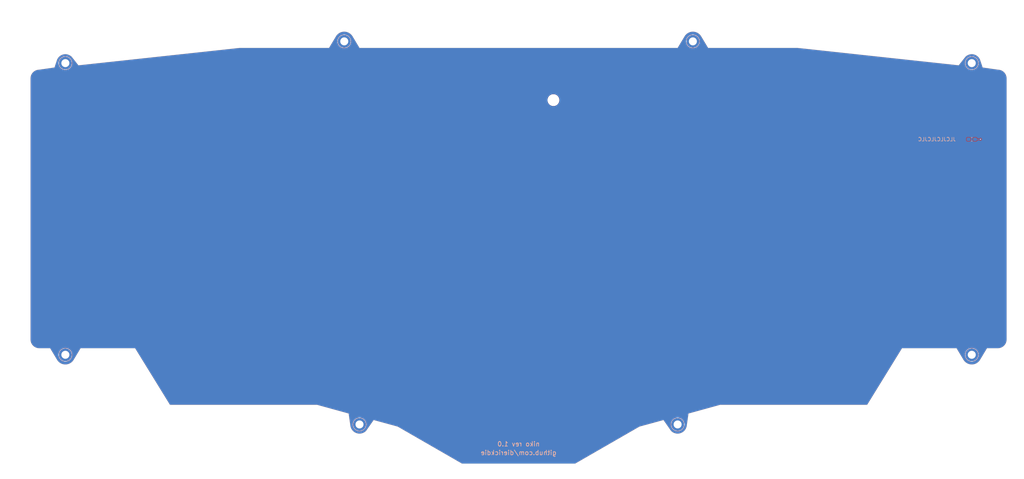
<source format=kicad_pcb>
(kicad_pcb (version 20171130) (host pcbnew "(5.1.4-0)")
  (layers (0 F.Cu signal) (31 B.Cu signal) (34 B.Paste user) (35 F.Paste user) (36 B.SilkS user) (37 F.SilkS user) (38 B.Mask user) (39 F.Mask user) (44 Edge.Cuts user))
  (net 0 "")
  (net 1 GND)
  (module MountingHole:MountingHole_3mm (layer F.Cu) (at 207.16962 89.29725)
    (fp_text reference H9)
    (fp_text value MountingHole)
    (pad 1 np_thru_hole circle (at 0 0) (size 3 3) (drill 3) (layers *.Cu *.Mask))
  )
  (module random-keyboard-parts:Generic-Mounthole (layer F.Cu) (at 73.81906 79.176797)
    (fp_text reference H1)
    (fp_text value MountingHole)
    (pad 1 thru_hole circle (at 0 0) (size 3.5 3.5) (drill 2.2) (layers *.Cu *.Mask))
  )
  (module Keeb_footprints:MX100_outline (layer F.Cu) (at 197.64458 146.447085)
    (fp_text reference U61)
    (fp_text value HOLE)
  )
  (module Keeb_footprints:MX100_outline (layer F.Cu) (at 321.4701 90.48788)
    (fp_text reference U60)
    (fp_text value HOLE)
  )
  (module Keeb_footprints:MX100_outline (layer F.Cu) (at 302.42002 90.48788)
    (fp_text reference U59)
    (fp_text value HOLE)
  )
  (module Keeb_footprints:MX100_outline (layer F.Cu) (at 283.36994 86.91599)
    (fp_text reference U58)
    (fp_text value HOLE)
  )
  (module Keeb_footprints:MX100_outline (layer F.Cu) (at 264.31986 84.53473)
    (fp_text reference U57)
    (fp_text value HOLE)
  )
  (module Keeb_footprints:MX100_outline (layer F.Cu) (at 245.26978 86.91599)
    (fp_text reference U56)
    (fp_text value HOLE)
  )
  (module Keeb_footprints:MX100_outline (layer F.Cu) (at 226.2197 89.29725)
    (fp_text reference U55)
    (fp_text value HOLE)
  )
  (module Keeb_footprints:MX100_outline (layer F.Cu) (at 169.06946 89.29725)
    (fp_text reference U54)
    (fp_text value HOLE)
  )
  (module Keeb_footprints:MX100_outline (layer F.Cu) (at 150.01938 86.91599)
    (fp_text reference U53)
    (fp_text value HOLE)
  )
  (module Keeb_footprints:MX100_outline (layer F.Cu) (at 130.9693 84.53473)
    (fp_text reference U52)
    (fp_text value HOLE)
  )
  (module Keeb_footprints:MX100_outline (layer F.Cu) (at 111.91922 86.91599)
    (fp_text reference U51)
    (fp_text value HOLE)
  )
  (module Keeb_footprints:MX100_outline (layer F.Cu) (at 92.86914 90.48788)
    (fp_text reference U50)
    (fp_text value HOLE)
  )
  (module Keeb_footprints:MX100_outline (layer F.Cu) (at 73.81906 90.48788)
    (fp_text reference U49)
    (fp_text value HOLE)
  )
  (module Keeb_footprints:MX100_outline (layer F.Cu) (at 283.36994 163.11631)
    (fp_text reference U46)
    (fp_text value HOLE)
  )
  (module Keeb_footprints:MX100_outline (layer F.Cu) (at 264.31986 160.73505)
    (fp_text reference U45)
    (fp_text value HOLE)
  )
  (module Keeb_footprints:MX100_outline (layer F.Cu) (at 238.126 166.6882 195)
    (fp_text reference U44)
    (fp_text value HOLE)
  )
  (module Keeb_footprints:MX100_outline (layer F.Cu) (at 214.3134 171.45072 120)
    (fp_text reference U43)
    (fp_text value HOLE)
  )
  (module Keeb_footprints:MX100_outline (layer F.Cu) (at 180.97576 171.45072 60)
    (fp_text reference U42)
    (fp_text value HOLE)
  )
  (module Keeb_footprints:MX100_outline (layer F.Cu) (at 157.16316 166.6882 165)
    (fp_text reference U41)
    (fp_text value HOLE)
  )
  (module Keeb_footprints:MX100_outline (layer F.Cu) (at 130.9693 160.73505)
    (fp_text reference U40)
    (fp_text value HOLE)
  )
  (module Keeb_footprints:MX100_outline (layer F.Cu) (at 111.91922 163.11631)
    (fp_text reference U39)
    (fp_text value HOLE)
  )
  (module Keeb_footprints:MX100_outline (layer F.Cu) (at 321.4701 147.63812)
    (fp_text reference U36)
    (fp_text value HOLE)
  )
  (module Keeb_footprints:MX100_outline (layer F.Cu) (at 302.42002 147.63812)
    (fp_text reference U35)
    (fp_text value HOLE)
  )
  (module Keeb_footprints:MX100_outline (layer F.Cu) (at 283.36994 144.06623)
    (fp_text reference U34)
    (fp_text value HOLE)
  )
  (module Keeb_footprints:MX100_outline (layer F.Cu) (at 264.31986 141.68497)
    (fp_text reference U33)
    (fp_text value HOLE)
  )
  (module Keeb_footprints:MX100_outline (layer F.Cu) (at 245.26978 144.06623)
    (fp_text reference U32)
    (fp_text value HOLE)
  )
  (module Keeb_footprints:MX100_outline (layer F.Cu) (at 226.2197 146.44749)
    (fp_text reference U31)
    (fp_text value HOLE)
  )
  (module Keeb_footprints:MX100_outline (layer F.Cu) (at 169.06946 146.44749)
    (fp_text reference U30)
    (fp_text value HOLE)
  )
  (module Keeb_footprints:MX100_outline (layer F.Cu) (at 150.01938 144.06623)
    (fp_text reference U29)
    (fp_text value HOLE)
  )
  (module Keeb_footprints:MX100_outline (layer F.Cu) (at 130.9693 141.68497)
    (fp_text reference U28)
    (fp_text value HOLE)
  )
  (module Keeb_footprints:MX100_outline (layer F.Cu) (at 111.91922 144.06623)
    (fp_text reference U27)
    (fp_text value HOLE)
  )
  (module Keeb_footprints:MX100_outline (layer F.Cu) (at 92.86914 147.63812)
    (fp_text reference U26)
    (fp_text value HOLE)
  )
  (module Keeb_footprints:MX100_outline (layer F.Cu) (at 73.81906 147.63812)
    (fp_text reference U25)
    (fp_text value HOLE)
  )
  (module Keeb_footprints:MX100_outline (layer F.Cu) (at 321.4701 128.58804)
    (fp_text reference U24)
    (fp_text value HOLE)
  )
  (module Keeb_footprints:MX100_outline (layer F.Cu) (at 302.42002 128.58804)
    (fp_text reference U23)
    (fp_text value HOLE)
  )
  (module Keeb_footprints:MX100_outline (layer F.Cu) (at 283.36994 125.01615)
    (fp_text reference U22)
    (fp_text value HOLE)
  )
  (module Keeb_footprints:MX100_outline (layer F.Cu) (at 264.31986 122.63489)
    (fp_text reference U21)
    (fp_text value HOLE)
  )
  (module Keeb_footprints:MX100_outline (layer F.Cu) (at 245.26978 125.01615)
    (fp_text reference U20)
    (fp_text value HOLE)
  )
  (module Keeb_footprints:MX100_outline (layer F.Cu) (at 226.2197 127.39741)
    (fp_text reference U19)
    (fp_text value HOLE)
  )
  (module Keeb_footprints:MX100_outline (layer F.Cu) (at 169.06946 127.39741)
    (fp_text reference U18)
    (fp_text value HOLE)
  )
  (module Keeb_footprints:MX100_outline (layer F.Cu) (at 150.01938 125.01615)
    (fp_text reference U17)
    (fp_text value HOLE)
  )
  (module Keeb_footprints:MX100_outline (layer F.Cu) (at 130.9693 122.63489)
    (fp_text reference U16)
    (fp_text value HOLE)
  )
  (module Keeb_footprints:MX100_outline (layer F.Cu) (at 111.91922 125.01615)
    (fp_text reference U15)
    (fp_text value HOLE)
  )
  (module Keeb_footprints:MX100_outline (layer F.Cu) (at 92.86914 128.58804)
    (fp_text reference U14)
    (fp_text value HOLE)
  )
  (module Keeb_footprints:MX100_outline (layer F.Cu) (at 73.81906 128.58804)
    (fp_text reference U13)
    (fp_text value HOLE)
  )
  (module Keeb_footprints:MX100_outline (layer F.Cu) (at 321.4701 109.53796)
    (fp_text reference U12)
    (fp_text value HOLE)
  )
  (module Keeb_footprints:MX100_outline (layer F.Cu) (at 302.42002 109.53796)
    (fp_text reference U11)
    (fp_text value HOLE)
  )
  (module Keeb_footprints:MX100_outline (layer F.Cu) (at 283.36994 105.96607)
    (fp_text reference U10)
    (fp_text value HOLE)
  )
  (module Keeb_footprints:MX100_outline (layer F.Cu) (at 264.31986 103.58481)
    (fp_text reference U9)
    (fp_text value HOLE)
  )
  (module Keeb_footprints:MX100_outline (layer F.Cu) (at 245.26978 105.96607)
    (fp_text reference U8)
    (fp_text value HOLE)
  )
  (module Keeb_footprints:MX100_outline (layer F.Cu) (at 226.2197 108.34733)
    (fp_text reference U7)
    (fp_text value HOLE)
  )
  (module Keeb_footprints:MX100_outline (layer F.Cu) (at 169.06946 108.34733)
    (fp_text reference U6)
    (fp_text value HOLE)
  )
  (module Keeb_footprints:MX100_outline (layer F.Cu) (at 150.01938 105.96607)
    (fp_text reference U5)
    (fp_text value HOLE)
  )
  (module Keeb_footprints:MX100_outline (layer F.Cu) (at 130.9693 103.58481)
    (fp_text reference U4)
    (fp_text value HOLE)
  )
  (module Keeb_footprints:MX100_outline (layer F.Cu) (at 111.91922 105.96607)
    (fp_text reference U3)
    (fp_text value HOLE)
  )
  (module Keeb_footprints:MX100_outline (layer F.Cu) (at 92.86914 109.53796)
    (fp_text reference U2)
    (fp_text value HOLE)
  )
  (module Keeb_footprints:MX100_outline (layer F.Cu) (at 73.81906 109.53796)
    (fp_text reference U1)
    (fp_text value HOLE)
  )
  (module Resistor_SMD:R_0603_1608Metric_Pad1.05x0.95mm_HandSolder (layer B.Cu) (at 321.470285 100.01271 180)
    (fp_text reference R1)
    (fp_text value R_Small)
    (fp_line (start -0.171267 -0.51) (end 0.171267 -0.51) (layer B.SilkS) (width 0.12))
    (fp_line (start -0.171267 0.51) (end 0.171267 0.51) (layer B.SilkS) (width 0.12))
    (pad 2 smd roundrect (at 0.875 0 180) (size 1.05 0.95) (layers B.Cu B.Paste B.Mask))
    (pad 1 smd roundrect (at -0.875 0 180) (size 1.05 0.95) (layers B.Cu B.Paste B.Mask) (net 1 GND))
  )
  (module random-keyboard-parts:Generic-Mounthole (layer F.Cu) (at 73.82004 158.948739)
    (fp_text reference H2)
    (fp_text value MountingHole)
    (pad 1 thru_hole circle (at 0 0) (size 3.5 3.5) (drill 2.2) (layers *.Cu *.Mask))
  )
  (module random-keyboard-parts:Generic-Mounthole (layer F.Cu) (at 150.01938 73.223743)
    (fp_text reference H3)
    (fp_text value MountingHole)
    (pad 1 thru_hole circle (at 0 0) (size 3.5 3.5) (drill 2.2) (layers *.Cu *.Mask))
  )
  (module random-keyboard-parts:Generic-Mounthole (layer F.Cu) (at 154.187295 177.998755)
    (fp_text reference H4)
    (fp_text value MountingHole)
    (pad 1 thru_hole circle (at 0 0) (size 3.5 3.5) (drill 2.2) (layers *.Cu *.Mask))
  )
  (module random-keyboard-parts:Generic-Mounthole (layer F.Cu) (at 245.26978 73.223743)
    (fp_text reference H5)
    (fp_text value MountingHole)
    (pad 1 thru_hole circle (at 0 0) (size 3.5 3.5) (drill 2.2) (layers *.Cu *.Mask))
  )
  (module random-keyboard-parts:Generic-Mounthole (layer F.Cu) (at 241.102993 177.998755)
    (fp_text reference H6)
    (fp_text value MountingHole)
    (pad 1 thru_hole circle (at 0 0) (size 3.5 3.5) (drill 2.2) (layers *.Cu *.Mask))
  )
  (module random-keyboard-parts:Generic-Mounthole (layer F.Cu) (at 321.470256 79.176797)
    (fp_text reference H7)
    (fp_text value MountingHole)
    (pad 1 thru_hole circle (at 0 0) (size 3.5 3.5) (drill 2.2) (layers *.Cu *.Mask))
  )
  (module random-keyboard-parts:Generic-Mounthole (layer F.Cu) (at 321.4701 158.948675)
    (fp_text reference H8)
    (fp_text value MountingHole)
    (pad 1 thru_hole circle (at 0 0) (size 3.5 3.5) (drill 2.2) (layers *.Cu *.Mask))
  )
  (gr_line (start 292.896116 172.64135) (end 302.42002 157.16316) (layer Edge.Cuts) (width 0.05))
  (gr_line (start 317.303065 157.1628) (end 302.42002 157.16316) (layer Edge.Cuts) (width 0.05))
  (gr_line (start 237.23311 176.807916) (end 230.684678 178.593852) (layer Edge.Cuts) (width 0.05))
  (gr_line (start 239.316602 179.785126) (end 237.23311 176.807916) (layer Edge.Cuts) (width 0.05))
  (gr_line (start 213.123282 188.714389) (end 230.684678 178.593852) (layer Edge.Cuts) (width 0.05))
  (gr_line (start 244.079198 175.02198) (end 252.711222 172.64137) (layer Edge.Cuts) (width 0.05))
  (gr_line (start 243.579191 178.494517) (end 244.079198 175.02198) (layer Edge.Cuts) (width 0.05))
  (gr_line (start 252.711222 172.640732) (end 292.895346 172.640732) (layer Edge.Cuts) (width 0.05))
  (gr_arc (start 241.102541 177.999187) (end 239.316702 179.784476) (angle -123.6989452) (layer Edge.Cuts) (width 0.05))
  (gr_arc (start 66.67528 83.343988) (end 66.67528 80.962736) (angle -90) (layer Edge.Cuts) (width 0.05))
  (gr_line (start 71.438936 78.581484) (end 70.843475 80.367423) (layer Edge.Cuts) (width 0.05))
  (gr_line (start 70.843475 80.367423) (end 66.67528 80.962736) (layer Edge.Cuts) (width 0.05))
  (gr_line (start 142.579066 172.640732) (end 102.39418 172.64135) (layer Edge.Cuts) (width 0.05))
  (gr_line (start 151.711097 178.494517) (end 151.21109 175.02198) (layer Edge.Cuts) (width 0.05))
  (gr_arc (start 154.187747 177.999187) (end 155.973586 179.784476) (angle 123.6989452) (layer Edge.Cuts) (width 0.05))
  (gr_line (start 182.167006 188.714389) (end 164.60561 178.593852) (layer Edge.Cuts) (width 0.05))
  (gr_line (start 151.21109 175.02198) (end 142.579066 172.64137) (layer Edge.Cuts) (width 0.05))
  (gr_line (start 158.057178 176.807916) (end 164.60561 178.593852) (layer Edge.Cuts) (width 0.05))
  (gr_line (start 155.973686 179.785126) (end 158.057178 176.807916) (layer Edge.Cuts) (width 0.05))
  (gr_arc (start 321.470256 158.948739) (end 319.089005 160.139364) (angle -126.8698976) (layer Edge.Cuts) (width 0.05))
  (gr_line (start 323.851507 160.139365) (end 325.637447 157.1628) (layer Edge.Cuts) (width 0.05))
  (gr_line (start 319.089004 160.139365) (end 317.303065 157.1628) (layer Edge.Cuts) (width 0.05))
  (gr_arc (start 73.82004 158.948739) (end 71.438789 160.139364) (angle -126.8698976) (layer Edge.Cuts) (width 0.05))
  (gr_line (start 76.201291 160.139365) (end 77.987231 157.1628) (layer Edge.Cuts) (width 0.05))
  (gr_line (start 71.438788 160.139365) (end 69.652849 157.1628) (layer Edge.Cuts) (width 0.05))
  (gr_line (start 145.852913 75.009606) (end 121.44508 75.009606) (layer Edge.Cuts) (width 0.05))
  (gr_arc (start 73.820196 79.176797) (end 71.438788 78.581484) (angle 120.9621372) (layer Edge.Cuts) (width 0.05))
  (gr_line (start 75.555848 77.440993) (end 77.391918 79.77209) (layer Edge.Cuts) (width 0.05))
  (gr_line (start 152.401356 72.033041) (end 154.187295 75.009606) (layer Edge.Cuts) (width 0.05))
  (gr_arc (start 150.020104 73.223667) (end 152.401355 72.033042) (angle -126.8698976) (layer Edge.Cuts) (width 0.05))
  (gr_line (start 147.638853 72.033041) (end 145.852913 75.009606) (layer Edge.Cuts) (width 0.05))
  (gr_line (start 247.651444 72.033041) (end 249.437383 75.009606) (layer Edge.Cuts) (width 0.05))
  (gr_line (start 242.888941 72.033041) (end 241.103001 75.009606) (layer Edge.Cuts) (width 0.05))
  (gr_arc (start 245.270192 73.223667) (end 247.651443 72.033042) (angle -126.8698976) (layer Edge.Cuts) (width 0.05))
  (gr_line (start 319.734448 77.440993) (end 317.898378 79.77209) (layer Edge.Cuts) (width 0.05))
  (gr_line (start 249.437383 75.009606) (end 273.845216 75.009606) (layer Edge.Cuts) (width 0.05))
  (gr_line (start 324.446821 80.367423) (end 328.614012 80.962736) (layer Edge.Cuts) (width 0.05))
  (gr_line (start 273.845216 75.009606) (end 317.898378 79.77209) (layer Edge.Cuts) (width 0.05))
  (gr_line (start 77.987231 157.1628) (end 92.86914 157.16316) (layer Edge.Cuts) (width 0.05))
  (gr_line (start 69.652849 157.1628) (end 66.67528 157.16316) (layer Edge.Cuts) (width 0.05))
  (gr_line (start 102.39418 172.64135) (end 92.86914 157.16316) (layer Edge.Cuts) (width 0.05))
  (gr_arc (start 66.67528 154.781908) (end 64.294028 154.781908) (angle -90) (layer Edge.Cuts) (width 0.05))
  (gr_arc (start 328.614012 83.343988) (end 330.995264 83.343988) (angle -90) (layer Edge.Cuts) (width 0.05))
  (gr_arc (start 328.614036 154.781484) (end 328.614036 157.162736) (angle -90) (layer Edge.Cuts) (width 0.05))
  (gr_line (start 213.123282 188.714389) (end 182.167006 188.714156) (layer Edge.Cuts) (width 0.05))
  (gr_line (start 328.614036 157.162736) (end 325.637447 157.1628) (layer Edge.Cuts) (width 0.05))
  (gr_line (start 323.85136 78.581484) (end 324.446821 80.367423) (layer Edge.Cuts) (width 0.05))
  (gr_arc (start 321.4701 79.176797) (end 323.851508 78.581484) (angle -120.9621372) (layer Edge.Cuts) (width 0.05))
  (gr_line (start 154.187295 75.009606) (end 241.103001 75.009606) (layer Edge.Cuts) (width 0.05))
  (gr_line (start 77.391918 79.77209) (end 121.44508 75.009606) (layer Edge.Cuts) (width 0.05))
  (gr_line (start 330.995288 154.781484) (end 330.995264 83.343988) (layer Edge.Cuts) (width 0.05))
  (gr_line (start 64.294028 83.343988) (end 64.29402 154.7819) (layer Edge.Cuts) (width 0.05))
  (gr_text JLCJLCJLCJLC (at 311.945285 100.01271) (layer B.SilkS) (effects (font (size 1 1)) (justify mirror)))
  (gr_text github.com/dierickdie (at 197.645285 185.73771) (layer B.SilkS) (effects (font (size 1.25 1.25) (thickness 0.2)) (justify mirror)))
  (gr_text "niko rev 1.0" (at 197.645285 183.35646) (layer B.SilkS) (effects (font (size 1.25 1.25) (thickness 0.2)) (justify mirror)))
  (via (at 323.851535 100.01271) (size 0.5) (drill 0.25) (layers F.Cu B.Cu) (net 1))
  (segment (start 322.345285 100.01271) (end 323.851535 100.01271) (width 0.25) (layer B.Cu) (net 1))
  (zone (net 1) (net_name GND) (layer F.Cu) (connect_pads (clearance 0)) (min_thickness 0.254) (fill yes (arc_segments 32) (thermal_gap 0.508) (thermal_bridge_width 0.508))
    (polygon (pts (xy 335.75776 61.91272) (xy 335.75776 192.88158) (xy 55.96091 192.88146) (xy 55.96091 61.91271)))
  )
  (zone (net 0) (net_name "") (layer B.Cu) (connect_pads (clearance 0)) (min_thickness 0.254) (fill yes (arc_segments 32) (thermal_gap 0.508) (thermal_bridge_width 0.508))
    (polygon (pts (xy 335.75776 61.91272) (xy 335.75776 192.88158) (xy 55.96091 192.88146) (xy 55.96091 61.91271)))
  )
)
</source>
